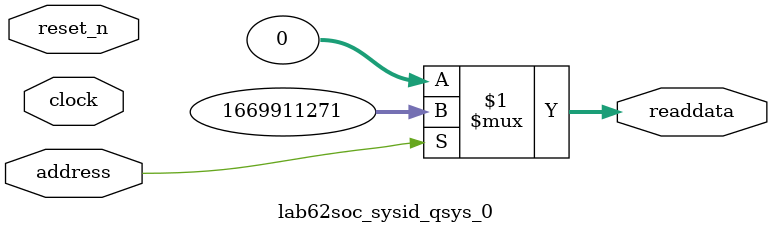
<source format=v>



// synthesis translate_off
`timescale 1ns / 1ps
// synthesis translate_on

// turn off superfluous verilog processor warnings 
// altera message_level Level1 
// altera message_off 10034 10035 10036 10037 10230 10240 10030 

module lab62soc_sysid_qsys_0 (
               // inputs:
                address,
                clock,
                reset_n,

               // outputs:
                readdata
             )
;

  output  [ 31: 0] readdata;
  input            address;
  input            clock;
  input            reset_n;

  wire    [ 31: 0] readdata;
  //control_slave, which is an e_avalon_slave
  assign readdata = address ? 1669911271 : 0;

endmodule



</source>
